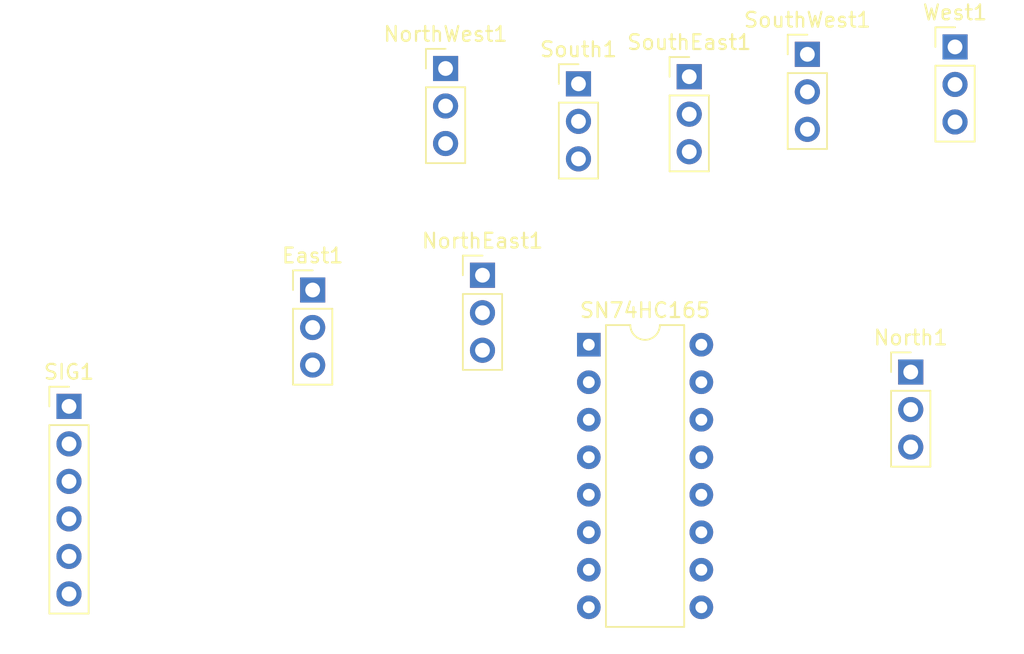
<source format=kicad_pcb>
(kicad_pcb (version 20240108) (generator "pcbnew") (generator_version "8.0")
  (layers (0 "F.Cu" signal) (31 "B.Cu" signal) (34 "B.Paste" user) (35 "F.Paste" user) (36 "B.SilkS" user "B.Silkscreen") (37 "F.SilkS" user "F.Silkscreen") (38 "B.Mask" user) (39 "F.Mask" user) (44 "Edge.Cuts" user))
  (net 0 "")
  (net 1 "Vdd")
  (net 2 "East")
  (net 3 "GND")
  (net 4 "North")
  (net 5 "NorthEast")
  (net 6 "NorhtWest")
  (net 7 "South")
  (net 8 "SouthEast")
  (net 9 "SouthWest")
  (net 10 "West")
  (net 11 "NorthWest")
  (net 12 "~{Q}_{h}")
  (net 13 "Q_{h}")
  (net 14 "SER")
  (net 15 "clkINH")
  (net 16 "CLK")
  (net 17 "SH{slash}~{LD}")
  (footprint "Connector_PinHeader_2.54mm:PinHeader_1x03_P2.54mm_Vertical" (layer "F.Cu") (at 111.5 77.92)
    (property "Reference" "NorthWest1" (at 0 -2.33 0) (layer "F.SilkS"))
    (property "Value" "Conn_01x03")
    (fp_line (start -1.33 -1.33) (end 0 -1.33) (stroke (width 0.12)) (layer "F.SilkS"))
    (fp_line (start -1.33 0) (end -1.33 -1.33) (stroke (width 0.12)) (layer "F.SilkS"))
    (fp_line (start -1.33 1.27) (end -1.33 6.41) (stroke (width 0.12)) (layer "F.SilkS"))
    (fp_line (start -1.33 1.27) (end 1.33 1.27) (stroke (width 0.12)) (layer "F.SilkS"))
    (fp_line (start -1.33 6.41) (end 1.33 6.41) (stroke (width 0.12)) (layer "F.SilkS"))
    (fp_line (start 1.33 1.27) (end 1.33 6.41) (stroke (width 0.12)) (layer "F.SilkS"))
    (pad "1" thru_hole rect (at 0 0) (size 1.7 1.7) (drill 1) (layers "*.Cu" "*.Mask") (net 1 "Vdd"))
    (pad "2" thru_hole oval (at 0 2.54) (size 1.7 1.7) (drill 1) (layers "*.Cu" "*.Mask") (net 3 "GND"))
    (pad "3" thru_hole oval (at 0 5.08) (size 1.7 1.7) (drill 1) (layers "*.Cu" "*.Mask") (net 6 "NorhtWest"))
  )
  (footprint "Connector_PinHeader_2.54mm:PinHeader_1x03_P2.54mm_Vertical" (layer "F.Cu") (at 102.5 92.92)
    (property "Reference" "East1" (at 0 -2.33 0) (layer "F.SilkS"))
    (property "Value" "Conn_01x03")
    (fp_line (start -1.33 -1.33) (end 0 -1.33) (stroke (width 0.12)) (layer "F.SilkS"))
    (fp_line (start -1.33 0) (end -1.33 -1.33) (stroke (width 0.12)) (layer "F.SilkS"))
    (fp_line (start -1.33 1.27) (end -1.33 6.41) (stroke (width 0.12)) (layer "F.SilkS"))
    (fp_line (start -1.33 1.27) (end 1.33 1.27) (stroke (width 0.12)) (layer "F.SilkS"))
    (fp_line (start -1.33 6.41) (end 1.33 6.41) (stroke (width 0.12)) (layer "F.SilkS"))
    (fp_line (start 1.33 1.27) (end 1.33 6.41) (stroke (width 0.12)) (layer "F.SilkS"))
    (pad "1" thru_hole rect (at 0 0) (size 1.7 1.7) (drill 1) (layers "*.Cu" "*.Mask") (net 1 "Vdd"))
    (pad "2" thru_hole oval (at 0 2.54) (size 1.7 1.7) (drill 1) (layers "*.Cu" "*.Mask") (net 3 "GND"))
    (pad "3" thru_hole oval (at 0 5.08) (size 1.7 1.7) (drill 1) (layers "*.Cu" "*.Mask") (net 2 "East"))
  )
  (footprint "Package_DIP:DIP-16_W7.62mm" (layer "F.Cu") (at 121.2 96.625)
    (property "Reference" "SN74HC165" (at 3.81 -2.33 0) (layer "F.SilkS"))
    (property "Value" "Conn_02x08_Counter_Clockwise")
    (fp_line (start 1.16 -1.33) (end 1.16 19.11) (stroke (width 0.12)) (layer "F.SilkS"))
    (fp_line (start 1.16 19.11) (end 6.46 19.11) (stroke (width 0.12)) (layer "F.SilkS"))
    (fp_line (start 2.81 -1.33) (end 1.16 -1.33) (stroke (width 0.12)) (layer "F.SilkS"))
    (fp_line (start 6.46 -1.33) (end 4.81 -1.33) (stroke (width 0.12)) (layer "F.SilkS"))
    (fp_line (start 6.46 19.11) (end 6.46 -1.33) (stroke (width 0.12)) (layer "F.SilkS"))
    (fp_arc (start 4.81 -1.33) (mid 3.81 -0.33) (end 2.81 -1.33) (stroke (width 0.12)) (layer "F.SilkS"))
    (pad "1" thru_hole rect (at 0 0) (size 1.6 1.6) (drill 0.8) (layers "*.Cu" "*.Mask") (net 17 "SH{slash}~{LD}"))
    (pad "2" thru_hole oval (at 0 2.54) (size 1.6 1.6) (drill 0.8) (layers "*.Cu" "*.Mask") (net 16 "CLK"))
    (pad "3" thru_hole oval (at 0 5.08) (size 1.6 1.6) (drill 0.8) (layers "*.Cu" "*.Mask") (net 5 "NorthEast"))
    (pad "4" thru_hole oval (at 0 7.62) (size 1.6 1.6) (drill 0.8) (layers "*.Cu" "*.Mask") (net 8 "SouthEast"))
    (pad "5" thru_hole oval (at 0 10.16) (size 1.6 1.6) (drill 0.8) (layers "*.Cu" "*.Mask") (net 11 "NorthWest"))
    (pad "6" thru_hole oval (at 0 12.7) (size 1.6 1.6) (drill 0.8) (layers "*.Cu" "*.Mask") (net 9 "SouthWest"))
    (pad "7" thru_hole oval (at 0 15.24) (size 1.6 1.6) (drill 0.8) (layers "*.Cu" "*.Mask") (net 12 "~{Q}_{h}"))
    (pad "8" thru_hole oval (at 0 17.78) (size 1.6 1.6) (drill 0.8) (layers "*.Cu" "*.Mask") (net 3 "GND"))
    (pad "9" thru_hole oval (at 7.62 17.78) (size 1.6 1.6) (drill 0.8) (layers "*.Cu" "*.Mask") (net 13 "Q_{h}"))
    (pad "10" thru_hole oval (at 7.62 15.24) (size 1.6 1.6) (drill 0.8) (layers "*.Cu" "*.Mask") (net 14 "SER"))
    (pad "11" thru_hole oval (at 7.62 12.7) (size 1.6 1.6) (drill 0.8) (layers "*.Cu" "*.Mask") (net 4 "North"))
    (pad "12" thru_hole oval (at 7.62 10.16) (size 1.6 1.6) (drill 0.8) (layers "*.Cu" "*.Mask") (net 7 "South"))
    (pad "13" thru_hole oval (at 7.62 7.62) (size 1.6 1.6) (drill 0.8) (layers "*.Cu" "*.Mask") (net 2 "East"))
    (pad "14" thru_hole oval (at 7.62 5.08) (size 1.6 1.6) (drill 0.8) (layers "*.Cu" "*.Mask") (net 10 "West"))
    (pad "15" thru_hole oval (at 7.62 2.54) (size 1.6 1.6) (drill 0.8) (layers "*.Cu" "*.Mask") (net 15 "clkINH"))
    (pad "16" thru_hole oval (at 7.62 0) (size 1.6 1.6) (drill 0.8) (layers "*.Cu" "*.Mask") (net 1 "Vdd"))
  )
  (footprint "Connector_PinHeader_2.54mm:PinHeader_1x03_P2.54mm_Vertical" (layer "F.Cu") (at 143 98.475)
    (property "Reference" "North1" (at 0 -2.33 0) (layer "F.SilkS"))
    (property "Value" "Conn_01x03")
    (fp_line (start -1.33 -1.33) (end 0 -1.33) (stroke (width 0.12)) (layer "F.SilkS"))
    (fp_line (start -1.33 0) (end -1.33 -1.33) (stroke (width 0.12)) (layer "F.SilkS"))
    (fp_line (start -1.33 1.27) (end -1.33 6.41) (stroke (width 0.12)) (layer "F.SilkS"))
    (fp_line (start -1.33 1.27) (end 1.33 1.27) (stroke (width 0.12)) (layer "F.SilkS"))
    (fp_line (start -1.33 6.41) (end 1.33 6.41) (stroke (width 0.12)) (layer "F.SilkS"))
    (fp_line (start 1.33 1.27) (end 1.33 6.41) (stroke (width 0.12)) (layer "F.SilkS"))
    (pad "1" thru_hole rect (at 0 0) (size 1.7 1.7) (drill 1) (layers "*.Cu" "*.Mask") (net 1 "Vdd"))
    (pad "2" thru_hole oval (at 0 2.54) (size 1.7 1.7) (drill 1) (layers "*.Cu" "*.Mask") (net 3 "GND"))
    (pad "3" thru_hole oval (at 0 5.08) (size 1.7 1.7) (drill 1) (layers "*.Cu" "*.Mask") (net 4 "North"))
  )
  (footprint "Connector_PinHeader_2.54mm:PinHeader_1x03_P2.54mm_Vertical" (layer "F.Cu") (at 128 78.475)
    (property "Reference" "SouthEast1" (at 0 -2.33 0) (layer "F.SilkS"))
    (property "Value" "Conn_01x03")
    (fp_line (start -1.33 -1.33) (end 0 -1.33) (stroke (width 0.12)) (layer "F.SilkS"))
    (fp_line (start -1.33 0) (end -1.33 -1.33) (stroke (width 0.12)) (layer "F.SilkS"))
    (fp_line (start -1.33 1.27) (end -1.33 6.41) (stroke (width 0.12)) (layer "F.SilkS"))
    (fp_line (start -1.33 1.27) (end 1.33 1.27) (stroke (width 0.12)) (layer "F.SilkS"))
    (fp_line (start -1.33 6.41) (end 1.33 6.41) (stroke (width 0.12)) (layer "F.SilkS"))
    (fp_line (start 1.33 1.27) (end 1.33 6.41) (stroke (width 0.12)) (layer "F.SilkS"))
    (pad "1" thru_hole rect (at 0 0) (size 1.7 1.7) (drill 1) (layers "*.Cu" "*.Mask") (net 1 "Vdd"))
    (pad "2" thru_hole oval (at 0 2.54) (size 1.7 1.7) (drill 1) (layers "*.Cu" "*.Mask") (net 3 "GND"))
    (pad "3" thru_hole oval (at 0 5.08) (size 1.7 1.7) (drill 1) (layers "*.Cu" "*.Mask") (net 8 "SouthEast"))
  )
  (footprint "Connector_PinHeader_2.54mm:PinHeader_1x06_P2.54mm_Vertical" (layer "F.Cu") (at 86 100.8)
    (property "Reference" "SIG1" (at 0 -2.33 0) (layer "F.SilkS"))
    (property "Value" "Conn_01x06")
    (fp_line (start -1.33 -1.33) (end 0 -1.33) (stroke (width 0.12)) (layer "F.SilkS"))
    (fp_line (start -1.33 0) (end -1.33 -1.33) (stroke (width 0.12)) (layer "F.SilkS"))
    (fp_line (start -1.33 1.27) (end -1.33 14.03) (stroke (width 0.12)) (layer "F.SilkS"))
    (fp_line (start -1.33 1.27) (end 1.33 1.27) (stroke (width 0.12)) (layer "F.SilkS"))
    (fp_line (start -1.33 14.03) (end 1.33 14.03) (stroke (width 0.12)) (layer "F.SilkS"))
    (fp_line (start 1.33 1.27) (end 1.33 14.03) (stroke (width 0.12)) (layer "F.SilkS"))
    (pad "1" thru_hole rect (at 0 0) (size 1.7 1.7) (drill 1) (layers "*.Cu" "*.Mask") (net 1 "Vdd"))
    (pad "2" thru_hole oval (at 0 2.54) (size 1.7 1.7) (drill 1) (layers "*.Cu" "*.Mask") (net 3 "GND"))
    (pad "3" thru_hole oval (at 0 5.08) (size 1.7 1.7) (drill 1) (layers "*.Cu" "*.Mask") (net 16 "CLK"))
    (pad "4" thru_hole oval (at 0 7.62) (size 1.7 1.7) (drill 1) (layers "*.Cu" "*.Mask") (net 17 "SH{slash}~{LD}"))
    (pad "5" thru_hole oval (at 0 10.16) (size 1.7 1.7) (drill 1) (layers "*.Cu" "*.Mask") (net 15 "clkINH"))
    (pad "6" thru_hole oval (at 0 12.7) (size 1.7 1.7) (drill 1) (layers "*.Cu" "*.Mask") (net 12 "~{Q}_{h}"))
  )
  (footprint "Connector_PinHeader_2.54mm:PinHeader_1x03_P2.54mm_Vertical" (layer "F.Cu") (at 136 76.96)
    (property "Reference" "SouthWest1" (at 0 -2.33 0) (layer "F.SilkS"))
    (property "Value" "Conn_01x03")
    (fp_line (start -1.33 -1.33) (end 0 -1.33) (stroke (width 0.12)) (layer "F.SilkS"))
    (fp_line (start -1.33 0) (end -1.33 -1.33) (stroke (width 0.12)) (layer "F.SilkS"))
    (fp_line (start -1.33 1.27) (end -1.33 6.41) (stroke (width 0.12)) (layer "F.SilkS"))
    (fp_line (start -1.33 1.27) (end 1.33 1.27) (stroke (width 0.12)) (layer "F.SilkS"))
    (fp_line (start -1.33 6.41) (end 1.33 6.41) (stroke (width 0.12)) (layer "F.SilkS"))
    (fp_line (start 1.33 1.27) (end 1.33 6.41) (stroke (width 0.12)) (layer "F.SilkS"))
    (pad "1" thru_hole rect (at 0 0) (size 1.7 1.7) (drill 1) (layers "*.Cu" "*.Mask") (net 1 "Vdd"))
    (pad "2" thru_hole oval (at 0 2.54) (size 1.7 1.7) (drill 1) (layers "*.Cu" "*.Mask") (net 3 "GND"))
    (pad "3" thru_hole oval (at 0 5.08) (size 1.7 1.7) (drill 1) (layers "*.Cu" "*.Mask") (net 9 "SouthWest"))
  )
  (footprint "Connector_PinHeader_2.54mm:PinHeader_1x03_P2.54mm_Vertical" (layer "F.Cu") (at 120.5 78.96)
    (property "Reference" "South1" (at 0 -2.33 0) (layer "F.SilkS"))
    (property "Value" "Conn_01x03")
    (fp_line (start -1.33 -1.33) (end 0 -1.33) (stroke (width 0.12)) (layer "F.SilkS"))
    (fp_line (start -1.33 0) (end -1.33 -1.33) (stroke (width 0.12)) (layer "F.SilkS"))
    (fp_line (start -1.33 1.27) (end -1.33 6.41) (stroke (width 0.12)) (layer "F.SilkS"))
    (fp_line (start -1.33 1.27) (end 1.33 1.27) (stroke (width 0.12)) (layer "F.SilkS"))
    (fp_line (start -1.33 6.41) (end 1.33 6.41) (stroke (width 0.12)) (layer "F.SilkS"))
    (fp_line (start 1.33 1.27) (end 1.33 6.41) (stroke (width 0.12)) (layer "F.SilkS"))
    (pad "1" thru_hole rect (at 0 0) (size 1.7 1.7) (drill 1) (layers "*.Cu" "*.Mask") (net 1 "Vdd"))
    (pad "2" thru_hole oval (at 0 2.54) (size 1.7 1.7) (drill 1) (layers "*.Cu" "*.Mask") (net 3 "GND"))
    (pad "3" thru_hole oval (at 0 5.08) (size 1.7 1.7) (drill 1) (layers "*.Cu" "*.Mask") (net 7 "South"))
  )
  (footprint "Connector_PinHeader_2.54mm:PinHeader_1x03_P2.54mm_Vertical" (layer "F.Cu") (at 146 76.46)
    (property "Reference" "West1" (at 0 -2.33 0) (layer "F.SilkS"))
    (property "Value" "Conn_01x03")
    (fp_line (start -1.33 -1.33) (end 0 -1.33) (stroke (width 0.12)) (layer "F.SilkS"))
    (fp_line (start -1.33 0) (end -1.33 -1.33) (stroke (width 0.12)) (layer "F.SilkS"))
    (fp_line (start -1.33 1.27) (end -1.33 6.41) (stroke (width 0.12)) (layer "F.SilkS"))
    (fp_line (start -1.33 1.27) (end 1.33 1.27) (stroke (width 0.12)) (layer "F.SilkS"))
    (fp_line (start -1.33 6.41) (end 1.33 6.41) (stroke (width 0.12)) (layer "F.SilkS"))
    (fp_line (start 1.33 1.27) (end 1.33 6.41) (stroke (width 0.12)) (layer "F.SilkS"))
    (pad "1" thru_hole rect (at 0 0) (size 1.7 1.7) (drill 1) (layers "*.Cu" "*.Mask") (net 1 "Vdd"))
    (pad "2" thru_hole oval (at 0 2.54) (size 1.7 1.7) (drill 1) (layers "*.Cu" "*.Mask") (net 3 "GND"))
    (pad "3" thru_hole oval (at 0 5.08) (size 1.7 1.7) (drill 1) (layers "*.Cu" "*.Mask") (net 10 "West"))
  )
  (footprint "Connector_PinHeader_2.54mm:PinHeader_1x03_P2.54mm_Vertical" (layer "F.Cu") (at 114 91.92)
    (property "Reference" "NorthEast1" (at 0 -2.33 0) (layer "F.SilkS"))
    (property "Value" "Conn_01x03")
    (fp_line (start -1.33 -1.33) (end 0 -1.33) (stroke (width 0.12)) (layer "F.SilkS"))
    (fp_line (start -1.33 0) (end -1.33 -1.33) (stroke (width 0.12)) (layer "F.SilkS"))
    (fp_line (start -1.33 1.27) (end -1.33 6.41) (stroke (width 0.12)) (layer "F.SilkS"))
    (fp_line (start -1.33 1.27) (end 1.33 1.27) (stroke (width 0.12)) (layer "F.SilkS"))
    (fp_line (start -1.33 6.41) (end 1.33 6.41) (stroke (width 0.12)) (layer "F.SilkS"))
    (fp_line (start 1.33 1.27) (end 1.33 6.41) (stroke (width 0.12)) (layer "F.SilkS"))
    (pad "1" thru_hole rect (at 0 0) (size 1.7 1.7) (drill 1) (layers "*.Cu" "*.Mask") (net 1 "Vdd"))
    (pad "2" thru_hole oval (at 0 2.54) (size 1.7 1.7) (drill 1) (layers "*.Cu" "*.Mask") (net 3 "GND"))
    (pad "3" thru_hole oval (at 0 5.08) (size 1.7 1.7) (drill 1) (layers "*.Cu" "*.Mask") (net 5 "NorthEast"))
  )
)
</source>
